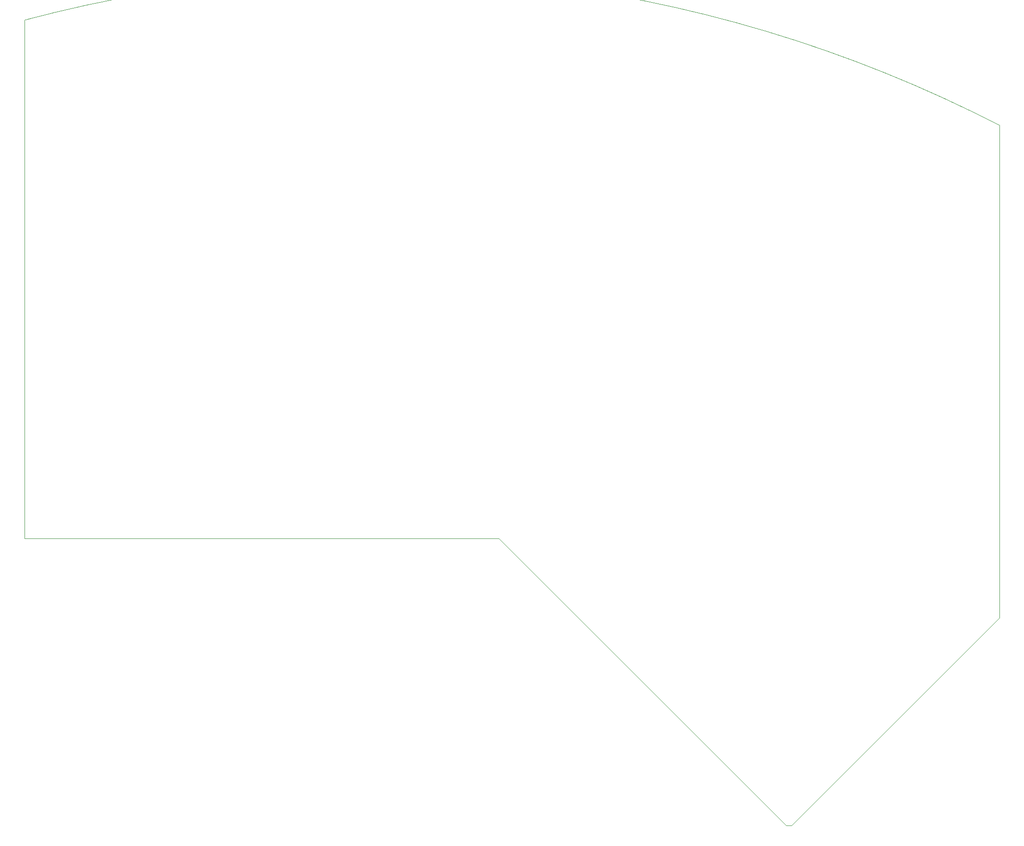
<source format=gbr>
%TF.GenerationSoftware,KiCad,Pcbnew,6.0.7-f9a2dced07~116~ubuntu20.04.1*%
%TF.CreationDate,2022-10-18T12:20:34-04:00*%
%TF.ProjectId,Splitboard-A,53706c69-7462-46f6-9172-642d412e6b69,rev?*%
%TF.SameCoordinates,Original*%
%TF.FileFunction,Profile,NP*%
%FSLAX46Y46*%
G04 Gerber Fmt 4.6, Leading zero omitted, Abs format (unit mm)*
G04 Created by KiCad (PCBNEW 6.0.7-f9a2dced07~116~ubuntu20.04.1) date 2022-10-18 12:20:34*
%MOMM*%
%LPD*%
G01*
G04 APERTURE LIST*
%TA.AperFunction,Profile*%
%ADD10C,0.100000*%
%TD*%
G04 APERTURE END LIST*
D10*
X94000000Y-127000000D02*
X94000000Y-28500000D01*
X279000000Y-127000000D02*
X279000000Y-48500000D01*
X239500000Y-181500000D02*
X238500000Y-181500000D01*
X184000000Y-127000000D02*
X238500000Y-181500000D01*
X279000000Y-142000000D02*
X239500000Y-181500000D01*
X184000000Y-127000000D02*
X94000000Y-127000000D01*
X279000000Y-127000000D02*
X279000000Y-142000000D01*
X279000000Y-48499999D02*
G75*
G03*
X94000000Y-28500000I-118389130J-229474461D01*
G01*
M02*

</source>
